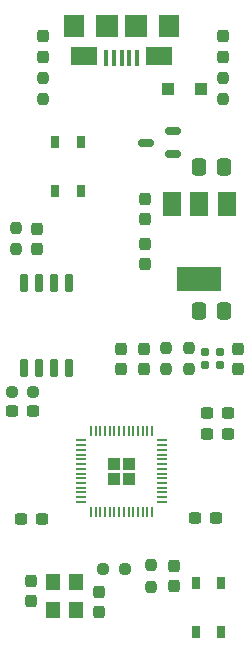
<source format=gbr>
%TF.GenerationSoftware,KiCad,Pcbnew,7.0.8*%
%TF.CreationDate,2023-11-05T01:10:31+09:00*%
%TF.ProjectId,BBM-RP2040,42424d2d-5250-4323-9034-302e6b696361,rev?*%
%TF.SameCoordinates,Original*%
%TF.FileFunction,Paste,Top*%
%TF.FilePolarity,Positive*%
%FSLAX46Y46*%
G04 Gerber Fmt 4.6, Leading zero omitted, Abs format (unit mm)*
G04 Created by KiCad (PCBNEW 7.0.8) date 2023-11-05 01:10:31*
%MOMM*%
%LPD*%
G01*
G04 APERTURE LIST*
G04 Aperture macros list*
%AMRoundRect*
0 Rectangle with rounded corners*
0 $1 Rounding radius*
0 $2 $3 $4 $5 $6 $7 $8 $9 X,Y pos of 4 corners*
0 Add a 4 corners polygon primitive as box body*
4,1,4,$2,$3,$4,$5,$6,$7,$8,$9,$2,$3,0*
0 Add four circle primitives for the rounded corners*
1,1,$1+$1,$2,$3*
1,1,$1+$1,$4,$5*
1,1,$1+$1,$6,$7*
1,1,$1+$1,$8,$9*
0 Add four rect primitives between the rounded corners*
20,1,$1+$1,$2,$3,$4,$5,0*
20,1,$1+$1,$4,$5,$6,$7,0*
20,1,$1+$1,$6,$7,$8,$9,0*
20,1,$1+$1,$8,$9,$2,$3,0*%
G04 Aperture macros list end*
%ADD10RoundRect,0.155000X0.155000X-0.212500X0.155000X0.212500X-0.155000X0.212500X-0.155000X-0.212500X0*%
%ADD11R,1.500000X2.000000*%
%ADD12R,3.800000X2.000000*%
%ADD13RoundRect,0.237500X-0.237500X0.287500X-0.237500X-0.287500X0.237500X-0.287500X0.237500X0.287500X0*%
%ADD14RoundRect,0.237500X0.237500X-0.300000X0.237500X0.300000X-0.237500X0.300000X-0.237500X-0.300000X0*%
%ADD15RoundRect,0.237500X0.300000X0.237500X-0.300000X0.237500X-0.300000X-0.237500X0.300000X-0.237500X0*%
%ADD16RoundRect,0.237500X0.237500X-0.250000X0.237500X0.250000X-0.237500X0.250000X-0.237500X-0.250000X0*%
%ADD17RoundRect,0.250000X0.337500X0.475000X-0.337500X0.475000X-0.337500X-0.475000X0.337500X-0.475000X0*%
%ADD18RoundRect,0.237500X0.250000X0.237500X-0.250000X0.237500X-0.250000X-0.237500X0.250000X-0.237500X0*%
%ADD19RoundRect,0.150000X0.150000X-0.650000X0.150000X0.650000X-0.150000X0.650000X-0.150000X-0.650000X0*%
%ADD20RoundRect,0.237500X-0.300000X-0.237500X0.300000X-0.237500X0.300000X0.237500X-0.300000X0.237500X0*%
%ADD21R,0.650000X1.050000*%
%ADD22RoundRect,0.237500X-0.237500X0.300000X-0.237500X-0.300000X0.237500X-0.300000X0.237500X0.300000X0*%
%ADD23RoundRect,0.155000X-0.155000X0.212500X-0.155000X-0.212500X0.155000X-0.212500X0.155000X0.212500X0*%
%ADD24R,0.400000X1.350000*%
%ADD25R,2.200000X1.600000*%
%ADD26R,1.800000X1.900000*%
%ADD27R,1.900000X1.900000*%
%ADD28RoundRect,0.250000X0.300000X0.300000X-0.300000X0.300000X-0.300000X-0.300000X0.300000X-0.300000X0*%
%ADD29RoundRect,0.237500X-0.237500X0.250000X-0.237500X-0.250000X0.237500X-0.250000X0.237500X0.250000X0*%
%ADD30RoundRect,0.150000X0.512500X0.150000X-0.512500X0.150000X-0.512500X-0.150000X0.512500X-0.150000X0*%
%ADD31RoundRect,0.250000X-0.292217X-0.292217X0.292217X-0.292217X0.292217X0.292217X-0.292217X0.292217X0*%
%ADD32RoundRect,0.050000X-0.387500X-0.050000X0.387500X-0.050000X0.387500X0.050000X-0.387500X0.050000X0*%
%ADD33RoundRect,0.050000X-0.050000X-0.387500X0.050000X-0.387500X0.050000X0.387500X-0.050000X0.387500X0*%
%ADD34RoundRect,0.237500X-0.250000X-0.237500X0.250000X-0.237500X0.250000X0.237500X-0.250000X0.237500X0*%
%ADD35RoundRect,0.250000X-0.337500X-0.475000X0.337500X-0.475000X0.337500X0.475000X-0.337500X0.475000X0*%
%ADD36R,1.200000X1.400000*%
G04 APERTURE END LIST*
D10*
%TO.C,C9*%
X178562000Y-86927500D03*
X178562000Y-85792500D03*
%TD*%
D11*
%TO.C,U1*%
X179084000Y-73304000D03*
X176784000Y-73304000D03*
D12*
X176784000Y-79604000D03*
D11*
X174484000Y-73304000D03*
%TD*%
D13*
%TO.C,D3*%
X178816000Y-59069000D03*
X178816000Y-60819000D03*
%TD*%
D14*
%TO.C,R10*%
X172212000Y-74522500D03*
X172212000Y-72797500D03*
%TD*%
D15*
%TO.C,C16*%
X163422500Y-99949000D03*
X161697500Y-99949000D03*
%TD*%
D16*
%TO.C,R5*%
X163576000Y-64412500D03*
X163576000Y-62587500D03*
%TD*%
%TO.C,R6*%
X178816000Y-64412500D03*
X178816000Y-62587500D03*
%TD*%
D17*
%TO.C,C5*%
X178837500Y-82296000D03*
X176762500Y-82296000D03*
%TD*%
D15*
%TO.C,C15*%
X162660500Y-90805000D03*
X160935500Y-90805000D03*
%TD*%
D18*
%TO.C,R4*%
X170457500Y-104140000D03*
X168632500Y-104140000D03*
%TD*%
D14*
%TO.C,C12*%
X172085000Y-87222500D03*
X172085000Y-85497500D03*
%TD*%
D19*
%TO.C,U2*%
X161925000Y-87166000D03*
X163195000Y-87166000D03*
X164465000Y-87166000D03*
X165735000Y-87166000D03*
X165735000Y-79966000D03*
X164465000Y-79966000D03*
X163195000Y-79966000D03*
X161925000Y-79966000D03*
%TD*%
D20*
%TO.C,C14*%
X177445500Y-90932000D03*
X179170500Y-90932000D03*
%TD*%
D21*
%TO.C,SW2*%
X178621000Y-105367000D03*
X178621000Y-109517000D03*
X176471000Y-105367000D03*
X176471000Y-109517000D03*
%TD*%
D22*
%TO.C,C1*%
X162560000Y-105182500D03*
X162560000Y-106907500D03*
%TD*%
D14*
%TO.C,C2*%
X168275000Y-107796500D03*
X168275000Y-106071500D03*
%TD*%
D23*
%TO.C,C8*%
X177292000Y-85792500D03*
X177292000Y-86927500D03*
%TD*%
D24*
%TO.C,J1*%
X171485000Y-60878000D03*
X170835000Y-60878000D03*
X170185000Y-60878000D03*
X169535000Y-60878000D03*
X168885000Y-60878000D03*
D25*
X173335000Y-60753000D03*
X167035000Y-60753000D03*
D26*
X174185000Y-58203000D03*
D27*
X171385000Y-58203000D03*
X168985000Y-58203000D03*
D26*
X166185000Y-58203000D03*
%TD*%
D28*
%TO.C,D1*%
X176914000Y-63500000D03*
X174114000Y-63500000D03*
%TD*%
D20*
%TO.C,C13*%
X176429500Y-99822000D03*
X178154500Y-99822000D03*
%TD*%
D29*
%TO.C,R8*%
X175895000Y-85447500D03*
X175895000Y-87272500D03*
%TD*%
D30*
%TO.C,Q1*%
X174553500Y-69022000D03*
X174553500Y-67122000D03*
X172278500Y-68072000D03*
%TD*%
D14*
%TO.C,R9*%
X172212000Y-78332500D03*
X172212000Y-76607500D03*
%TD*%
D31*
%TO.C,U3*%
X169542500Y-95244100D03*
X169542500Y-96519100D03*
X170817500Y-95244100D03*
X170817500Y-96519100D03*
D32*
X166742500Y-93281600D03*
X166742500Y-93681600D03*
X166742500Y-94081600D03*
X166742500Y-94481600D03*
X166742500Y-94881600D03*
X166742500Y-95281600D03*
X166742500Y-95681600D03*
X166742500Y-96081600D03*
X166742500Y-96481600D03*
X166742500Y-96881600D03*
X166742500Y-97281600D03*
X166742500Y-97681600D03*
X166742500Y-98081600D03*
X166742500Y-98481600D03*
D33*
X167580000Y-99319100D03*
X167980000Y-99319100D03*
X168380000Y-99319100D03*
X168780000Y-99319100D03*
X169180000Y-99319100D03*
X169580000Y-99319100D03*
X169980000Y-99319100D03*
X170380000Y-99319100D03*
X170780000Y-99319100D03*
X171180000Y-99319100D03*
X171580000Y-99319100D03*
X171980000Y-99319100D03*
X172380000Y-99319100D03*
X172780000Y-99319100D03*
D32*
X173617500Y-98481600D03*
X173617500Y-98081600D03*
X173617500Y-97681600D03*
X173617500Y-97281600D03*
X173617500Y-96881600D03*
X173617500Y-96481600D03*
X173617500Y-96081600D03*
X173617500Y-95681600D03*
X173617500Y-95281600D03*
X173617500Y-94881600D03*
X173617500Y-94481600D03*
X173617500Y-94081600D03*
X173617500Y-93681600D03*
X173617500Y-93281600D03*
D33*
X172780000Y-92444100D03*
X172380000Y-92444100D03*
X171980000Y-92444100D03*
X171580000Y-92444100D03*
X171180000Y-92444100D03*
X170780000Y-92444100D03*
X170380000Y-92444100D03*
X169980000Y-92444100D03*
X169580000Y-92444100D03*
X169180000Y-92444100D03*
X168780000Y-92444100D03*
X168380000Y-92444100D03*
X167980000Y-92444100D03*
X167580000Y-92444100D03*
%TD*%
D29*
%TO.C,R7*%
X173990000Y-85447500D03*
X173990000Y-87272500D03*
%TD*%
D14*
%TO.C,C7*%
X174625000Y-105637500D03*
X174625000Y-103912500D03*
%TD*%
%TO.C,C10*%
X180086000Y-87222500D03*
X180086000Y-85497500D03*
%TD*%
D29*
%TO.C,R3*%
X172720000Y-103862500D03*
X172720000Y-105687500D03*
%TD*%
D13*
%TO.C,D2*%
X163576000Y-59069000D03*
X163576000Y-60819000D03*
%TD*%
D21*
%TO.C,SW1*%
X166742000Y-67986000D03*
X166742000Y-72136000D03*
X164592000Y-67986000D03*
X164592000Y-72136000D03*
%TD*%
D20*
%TO.C,C11*%
X177445500Y-92710000D03*
X179170500Y-92710000D03*
%TD*%
D34*
%TO.C,R2*%
X160885500Y-89154000D03*
X162710500Y-89154000D03*
%TD*%
D35*
%TO.C,C3*%
X176762500Y-70104000D03*
X178837500Y-70104000D03*
%TD*%
D36*
%TO.C,Y1*%
X164404000Y-105226000D03*
X164404000Y-107626000D03*
X166304000Y-107626000D03*
X166304000Y-105226000D03*
%TD*%
D22*
%TO.C,C4*%
X163068000Y-75337500D03*
X163068000Y-77062500D03*
%TD*%
D29*
%TO.C,R1*%
X161290000Y-75287500D03*
X161290000Y-77112500D03*
%TD*%
D22*
%TO.C,C6*%
X170180000Y-85497500D03*
X170180000Y-87222500D03*
%TD*%
M02*

</source>
